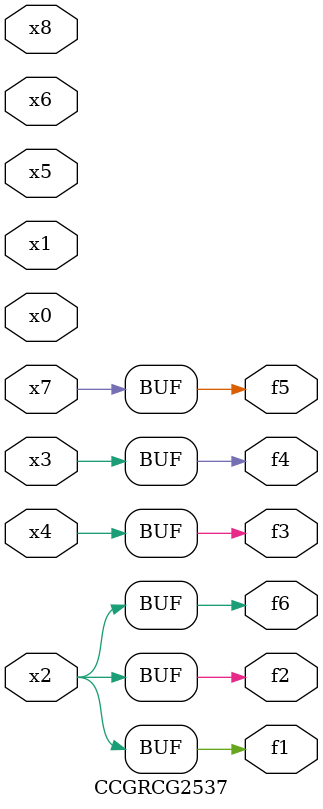
<source format=v>
module CCGRCG2537(
	input x0, x1, x2, x3, x4, x5, x6, x7, x8,
	output f1, f2, f3, f4, f5, f6
);
	assign f1 = x2;
	assign f2 = x2;
	assign f3 = x4;
	assign f4 = x3;
	assign f5 = x7;
	assign f6 = x2;
endmodule

</source>
